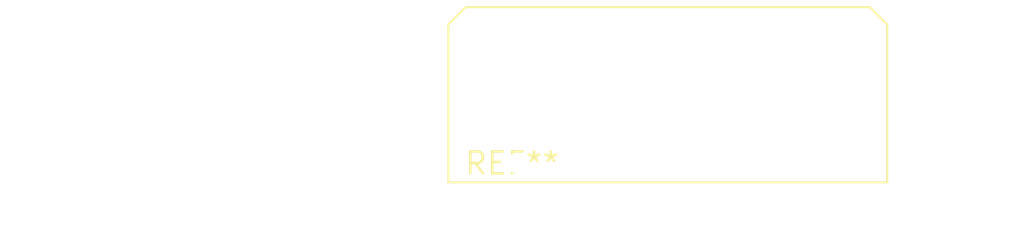
<source format=kicad_pcb>
(kicad_pcb (version 20240108) (generator pcbnew)
  (layers (0 "F.Cu" signal) (31 "B.Cu" signal) (34 "B.Paste" user) (35 "F.Paste" user) (36 "B.SilkS" user "B.Silkscreen") (37 "F.SilkS" user "F.Silkscreen") (38 "B.Mask" user) (39 "F.Mask" user) (44 "Edge.Cuts" user))
  (net 0 "")
  (footprint "Molex_Micro-Fit_3.0_43045-1400_2x07_P3.00mm_Horizontal" (layer "F.Cu") (at 0 0)
    (property "Reference" "REF**")
    (property "Value" "Molex_Micro-Fit_3.0_43045-1400_2x07_P3.00mm_Horizontal")
    (fp_line (start -3.685 -8.03) (end -2.685 -9.03) (layer "F.SilkS") (stroke (width 0.12)))
    (fp_line (start -3.685 1.1) (end -3.685 -8.03) (layer "F.SilkS") (stroke (width 0.12)))
    (fp_line (start -2.685 -9.03) (end 20.685 -9.03) (layer "F.SilkS") (stroke (width 0.12)))
    (fp_line (start 20.685 -9.03) (end 21.685 -8.03) (layer "F.SilkS") (stroke (width 0.12)))
    (fp_line (start 21.685 -8.03) (end 21.685 1.1) (layer "F.SilkS") (stroke (width 0.12)))
    (fp_line (start 21.685 1.1) (end -3.685 1.1) (layer "F.SilkS") (stroke (width 0.12)))
    (pad "" np_thru_hole circle (at 2.16 -4.32) (size 3 3) (drill 3) (layers *.Cu *.Mask))
    (pad "" np_thru_hole circle (at 15.86 -4.32) (size 3 3) (drill 3) (layers *.Cu *.Mask))
    (pad "1" thru_hole roundrect (at 0 0) (size 1.5 1.5) (drill 1.02) (layers *.Cu *.Mask) (remove_unused_layers) (roundrect_rratio 0.166667))
    (pad "2" thru_hole circle (at 3 0) (size 1.5 1.5) (drill 1.02) (layers *.Cu *.Mask) (remove_unused_layers))
    (pad "3" thru_hole circle (at 6 0) (size 1.5 1.5) (drill 1.02) (layers *.Cu *.Mask) (remove_unused_layers))
    (pad "4" thru_hole circle (at 9 0) (size 1.5 1.5) (drill 1.02) (layers *.Cu *.Mask) (remove_unused_layers))
    (pad "5" thru_hole circle (at 12 0) (size 1.5 1.5) (drill 1.02) (layers *.Cu *.Mask) (remove_unused_layers))
    (pad "6" thru_hole circle (at 15 0) (size 1.5 1.5) (drill 1.02) (layers *.Cu *.Mask) (remove_unused_layers))
    (pad "7" thru_hole circle (at 18 0) (size 1.5 1.5) (drill 1.02) (layers *.Cu *.Mask) (remove_unused_layers))
    (pad "8" thru_hole circle (at 0 3) (size 1.5 1.5) (drill 1.02) (layers *.Cu *.Mask) (remove_unused_layers))
    (pad "9" thru_hole circle (at 3 3) (size 1.5 1.5) (drill 1.02) (layers *.Cu *.Mask) (remove_unused_layers))
    (pad "10" thru_hole circle (at 6 3) (size 1.5 1.5) (drill 1.02) (layers *.Cu *.Mask) (remove_unused_layers))
    (pad "11" thru_hole circle (at 9 3) (size 1.5 1.5) (drill 1.02) (layers *.Cu *.Mask) (remove_unused_layers))
    (pad "12" thru_hole circle (at 12 3) (size 1.5 1.5) (drill 1.02) (layers *.Cu *.Mask) (remove_unused_layers))
    (pad "13" thru_hole circle (at 15 3) (size 1.5 1.5) (drill 1.02) (layers *.Cu *.Mask) (remove_unused_layers))
    (pad "14" thru_hole circle (at 18 3) (size 1.5 1.5) (drill 1.02) (layers *.Cu *.Mask) (remove_unused_layers))
  )
)
</source>
